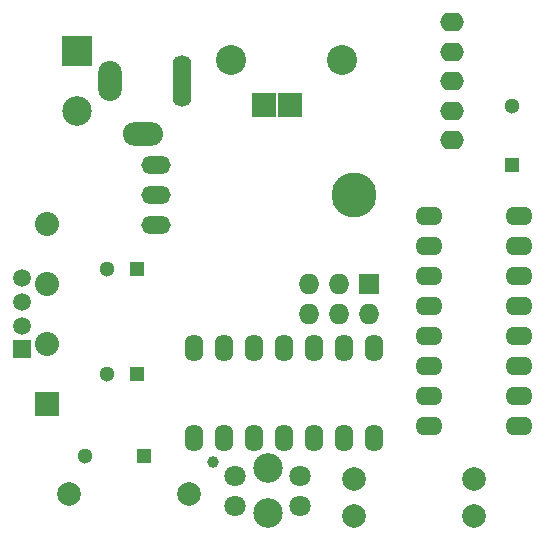
<source format=gts>
G04 #@! TF.FileFunction,Soldermask,Top*
%FSLAX46Y46*%
G04 Gerber Fmt 4.6, Leading zero omitted, Abs format (unit mm)*
G04 Created by KiCad (PCBNEW 4.0.4-stable) date 06/12/17 16:56:40*
%MOMM*%
%LPD*%
G01*
G04 APERTURE LIST*
%ADD10C,0.150000*%
%ADD11O,2.000000X1.600000*%
%ADD12C,1.800000*%
%ADD13C,2.500000*%
%ADD14C,1.000000*%
%ADD15R,1.300000X1.300000*%
%ADD16C,1.300000*%
%ADD17O,1.600200X4.399280*%
%ADD18O,1.998980X3.401060*%
%ADD19O,3.401060X1.998980*%
%ADD20R,2.499360X2.499360*%
%ADD21C,2.499360*%
%ADD22R,1.727200X1.727200*%
%ADD23O,1.727200X1.727200*%
%ADD24C,1.998980*%
%ADD25O,2.499360X1.501140*%
%ADD26C,3.799840*%
%ADD27R,2.032000X2.032000*%
%ADD28C,2.032000*%
%ADD29R,1.500000X1.500000*%
%ADD30C,1.500000*%
%ADD31C,2.540000*%
%ADD32O,1.600000X2.300000*%
%ADD33O,2.300000X1.600000*%
G04 APERTURE END LIST*
D10*
D11*
X43180000Y45005000D03*
X43180000Y42505000D03*
X43180000Y40005000D03*
X43180000Y37505000D03*
X43180000Y35005000D03*
D12*
X24831000Y4069000D03*
X24831000Y6609000D03*
X30331000Y6609000D03*
X30331000Y4069000D03*
D13*
X27581000Y3439000D03*
X27581000Y7239000D03*
D14*
X22931000Y7789000D03*
D15*
X17105000Y8255000D03*
D16*
X12105000Y8255000D03*
D15*
X48260000Y32900000D03*
D16*
X48260000Y37900000D03*
D17*
X20320000Y40005000D03*
D18*
X14224000Y40005000D03*
D19*
X17018000Y35560000D03*
D20*
X11430000Y42545000D03*
D21*
X11430000Y37465000D03*
D22*
X36195000Y22860000D03*
D23*
X36195000Y20320000D03*
X33655000Y22860000D03*
X33655000Y20320000D03*
X31115000Y22860000D03*
X31115000Y20320000D03*
D24*
X20955000Y5080000D03*
X10795000Y5080000D03*
X45085000Y3175000D03*
X34925000Y3175000D03*
X45085000Y6350000D03*
X34925000Y6350000D03*
D25*
X18176000Y30400000D03*
X18176000Y32940000D03*
X18176000Y27860000D03*
D26*
X34940000Y30400000D03*
D16*
X14010000Y24130000D03*
D15*
X16510000Y24130000D03*
D16*
X14010000Y15240000D03*
D15*
X16510000Y15240000D03*
D27*
X8890000Y12700000D03*
D28*
X8890000Y17780000D03*
X8890000Y22860000D03*
X8890000Y27940000D03*
D29*
X6779000Y17320000D03*
D30*
X6779000Y19320000D03*
X6779000Y21320000D03*
X6779000Y23320000D03*
D27*
X27305000Y37973000D03*
X29464000Y37973000D03*
D31*
X33909000Y41783000D03*
X24511000Y41783000D03*
D32*
X21320000Y9780000D03*
X23860000Y9780000D03*
X26400000Y9780000D03*
X28940000Y9780000D03*
X31480000Y9780000D03*
X34020000Y9780000D03*
X36560000Y9780000D03*
X36560000Y17400000D03*
X34020000Y17400000D03*
X31480000Y17400000D03*
X28940000Y17400000D03*
X26400000Y17400000D03*
X23860000Y17400000D03*
X21320000Y17400000D03*
D33*
X41275000Y28575000D03*
X41275000Y26035000D03*
X41275000Y23495000D03*
X41275000Y20955000D03*
X41275000Y18415000D03*
X41275000Y15875000D03*
X41275000Y13335000D03*
X41275000Y10795000D03*
X48895000Y10795000D03*
X48895000Y13335000D03*
X48895000Y15875000D03*
X48895000Y18415000D03*
X48895000Y20955000D03*
X48895000Y23495000D03*
X48895000Y26035000D03*
X48895000Y28575000D03*
M02*

</source>
